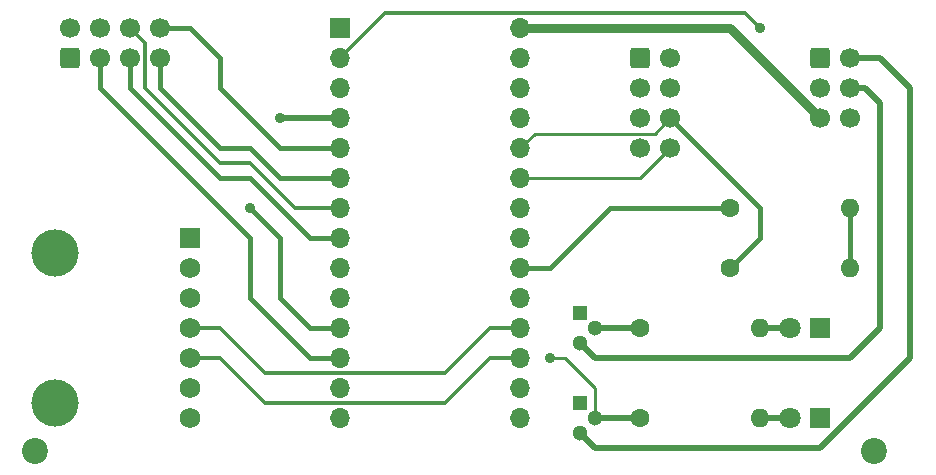
<source format=gbr>
%TF.GenerationSoftware,KiCad,Pcbnew,7.0.3*%
%TF.CreationDate,2023-05-15T17:39:43+02:00*%
%TF.ProjectId,PRO_MCU,50524f5f-4d43-4552-9e6b-696361645f70,rev?*%
%TF.SameCoordinates,Original*%
%TF.FileFunction,Copper,L2,Bot*%
%TF.FilePolarity,Positive*%
%FSLAX45Y45*%
G04 Gerber Fmt 4.5, Leading zero omitted, Abs format (unit mm)*
G04 Created by KiCad (PCBNEW 7.0.3) date 2023-05-15 17:39:43*
%MOMM*%
%LPD*%
G01*
G04 APERTURE LIST*
G04 Aperture macros list*
%AMRoundRect*
0 Rectangle with rounded corners*
0 $1 Rounding radius*
0 $2 $3 $4 $5 $6 $7 $8 $9 X,Y pos of 4 corners*
0 Add a 4 corners polygon primitive as box body*
4,1,4,$2,$3,$4,$5,$6,$7,$8,$9,$2,$3,0*
0 Add four circle primitives for the rounded corners*
1,1,$1+$1,$2,$3*
1,1,$1+$1,$4,$5*
1,1,$1+$1,$6,$7*
1,1,$1+$1,$8,$9*
0 Add four rect primitives between the rounded corners*
20,1,$1+$1,$2,$3,$4,$5,0*
20,1,$1+$1,$4,$5,$6,$7,0*
20,1,$1+$1,$6,$7,$8,$9,0*
20,1,$1+$1,$8,$9,$2,$3,0*%
G04 Aperture macros list end*
%TA.AperFunction,ComponentPad*%
%ADD10C,1.800000*%
%TD*%
%TA.AperFunction,ComponentPad*%
%ADD11R,1.800000X1.800000*%
%TD*%
%TA.AperFunction,ComponentPad*%
%ADD12C,2.200000*%
%TD*%
%TA.AperFunction,ComponentPad*%
%ADD13C,1.300000*%
%TD*%
%TA.AperFunction,ComponentPad*%
%ADD14R,1.300000X1.300000*%
%TD*%
%TA.AperFunction,ComponentPad*%
%ADD15C,1.700000*%
%TD*%
%TA.AperFunction,ComponentPad*%
%ADD16RoundRect,0.250000X-0.600000X-0.600000X0.600000X-0.600000X0.600000X0.600000X-0.600000X0.600000X0*%
%TD*%
%TA.AperFunction,ComponentPad*%
%ADD17RoundRect,0.250000X0.600000X-0.600000X0.600000X0.600000X-0.600000X0.600000X-0.600000X-0.600000X0*%
%TD*%
%TA.AperFunction,ComponentPad*%
%ADD18O,1.600000X1.600000*%
%TD*%
%TA.AperFunction,ComponentPad*%
%ADD19C,1.600000*%
%TD*%
%TA.AperFunction,ComponentPad*%
%ADD20O,1.700000X1.700000*%
%TD*%
%TA.AperFunction,ComponentPad*%
%ADD21R,1.700000X1.700000*%
%TD*%
%TA.AperFunction,ComponentPad*%
%ADD22C,1.750000*%
%TD*%
%TA.AperFunction,ComponentPad*%
%ADD23R,1.750000X1.750000*%
%TD*%
%TA.AperFunction,ComponentPad*%
%ADD24C,4.000000*%
%TD*%
%TA.AperFunction,ViaPad*%
%ADD25C,0.900000*%
%TD*%
%TA.AperFunction,Conductor*%
%ADD26C,0.400000*%
%TD*%
%TA.AperFunction,Conductor*%
%ADD27C,0.250000*%
%TD*%
%TA.AperFunction,Conductor*%
%ADD28C,0.350000*%
%TD*%
%TA.AperFunction,Conductor*%
%ADD29C,0.500000*%
%TD*%
%TA.AperFunction,Conductor*%
%ADD30C,0.800000*%
%TD*%
%TA.AperFunction,Conductor*%
%ADD31C,0.300000*%
%TD*%
G04 APERTURE END LIST*
D10*
%TO.P,D1,2,A*%
%TO.N,Net-(D1-A)*%
X11684000Y-6159500D03*
D11*
%TO.P,D1,1,K*%
%TO.N,GND*%
X11938000Y-6159500D03*
%TD*%
D12*
%TO.P,Logo,*%
%TO.N,*%
X12390000Y-7197500D03*
X5290000Y-7197500D03*
%TD*%
D13*
%TO.P,Q1,3,D*%
%TO.N,PUMP_PWR*%
X9906000Y-7048500D03*
%TO.P,Q1,2,G*%
%TO.N,PUMP_CTL*%
X10033000Y-6921500D03*
D14*
%TO.P,Q1,1,S*%
%TO.N,GND*%
X9906000Y-6794500D03*
%TD*%
D15*
%TO.P,U1,8,A*%
%TO.N,LED2*%
X10668000Y-4635500D03*
%TO.P,U1,7,K*%
%TO.N,GND*%
X10414000Y-4635500D03*
%TO.P,U1,6,2*%
%TO.N,BTN2*%
X10668000Y-4381500D03*
%TO.P,U1,5,1*%
%TO.N,GND*%
X10414000Y-4381500D03*
%TO.P,U1,4,A*%
%TO.N,LED1*%
X10668000Y-4127500D03*
%TO.P,U1,3,K*%
%TO.N,GND*%
X10414000Y-4127500D03*
%TO.P,U1,2,2*%
%TO.N,BTN1*%
X10668000Y-3873500D03*
D16*
%TO.P,U1,1,1*%
%TO.N,GND*%
X10414000Y-3873500D03*
%TD*%
D15*
%TO.P,U5,8,BL*%
%TO.N,BL*%
X6350000Y-3619500D03*
%TO.P,U5,7,RST*%
%TO.N,RST*%
X6350000Y-3873500D03*
%TO.P,U5,6,DC*%
%TO.N,DC*%
X6096000Y-3619500D03*
%TO.P,U5,5,CS*%
%TO.N,CS*%
X6096000Y-3873500D03*
%TO.P,U5,4,CLK*%
%TO.N,SCK*%
X5842000Y-3619500D03*
%TO.P,U5,3,DIN*%
%TO.N,MOSI*%
X5842000Y-3873500D03*
%TO.P,U5,2,GND*%
%TO.N,GND*%
X5588000Y-3619500D03*
D17*
%TO.P,U5,1,VCC*%
%TO.N,+3.3V*%
X5588000Y-3873500D03*
%TD*%
D18*
%TO.P,R2,2*%
%TO.N,Net-(D2-A)*%
X11430000Y-6921500D03*
D19*
%TO.P,R2,1*%
%TO.N,PUMP_CTL*%
X10414000Y-6921500D03*
%TD*%
D10*
%TO.P,D2,2,A*%
%TO.N,Net-(D2-A)*%
X11684000Y-6921500D03*
D11*
%TO.P,D2,1,K*%
%TO.N,GND*%
X11938000Y-6921500D03*
%TD*%
D20*
%TO.P,U3,28,VBAT*%
%TO.N,+BATT*%
X9398000Y-3619500D03*
%TO.P,U3,27,GND*%
%TO.N,GND*%
X9398000Y-3873500D03*
%TO.P,U3,26,VBUS*%
%TO.N,unconnected-(U3-VBUS-Pad26)*%
X9398000Y-4127500D03*
%TO.P,U3,25,D13*%
%TO.N,unconnected-(U3-D13-Pad25)*%
X9398000Y-4381500D03*
%TO.P,U3,24,D12*%
%TO.N,BTN2*%
X9398000Y-4635500D03*
%TO.P,U3,23,D11*%
%TO.N,LED2*%
X9398000Y-4889500D03*
%TO.P,U3,22,D10*%
%TO.N,VALVE_CTL*%
X9398000Y-5143500D03*
%TO.P,U3,21,D9*%
%TO.N,PUMP_CTL*%
X9398000Y-5397500D03*
%TO.P,U3,20,D7*%
%TO.N,BTN1*%
X9398000Y-5651500D03*
%TO.P,U3,19,D5_5V*%
%TO.N,LED1*%
X9398000Y-5905500D03*
%TO.P,U3,18,SCL*%
%TO.N,SCL*%
X9398000Y-6159500D03*
%TO.P,U3,17,SDA*%
%TO.N,SDA*%
X9398000Y-6413500D03*
%TO.P,U3,16,RX_D0*%
%TO.N,unconnected-(U3-RX_D0-Pad16)*%
X9398000Y-6667500D03*
%TO.P,U3,15,TX_D1*%
%TO.N,unconnected-(U3-TX_D1-Pad15)*%
X9398000Y-6921500D03*
%TO.P,U3,14,D2*%
%TO.N,unconnected-(U3-D2-Pad14)*%
X7874000Y-6921500D03*
%TO.P,U3,13,MISO*%
%TO.N,MISO*%
X7874000Y-6667500D03*
%TO.P,U3,12,MOSI*%
%TO.N,MOSI*%
X7874000Y-6413500D03*
%TO.P,U3,11,SCK*%
%TO.N,SCK*%
X7874000Y-6159500D03*
%TO.P,U3,10,A5*%
%TO.N,MPRLS_RST*%
X7874000Y-5905500D03*
%TO.P,U3,9,A4*%
%TO.N,EOC*%
X7874000Y-5651500D03*
%TO.P,U3,8,A3*%
%TO.N,CS*%
X7874000Y-5397500D03*
%TO.P,U3,7,A2*%
%TO.N,DC*%
X7874000Y-5143500D03*
%TO.P,U3,6,A1*%
%TO.N,RST*%
X7874000Y-4889500D03*
%TO.P,U3,5,A0*%
%TO.N,BL*%
X7874000Y-4635500D03*
%TO.P,U3,4,VHI*%
%TO.N,+5V*%
X7874000Y-4381500D03*
%TO.P,U3,3,EN*%
%TO.N,unconnected-(U3-EN-Pad3)*%
X7874000Y-4127500D03*
%TO.P,U3,2,3V3*%
%TO.N,+3.3V*%
X7874000Y-3873500D03*
D21*
%TO.P,U3,1,~{RESET}*%
%TO.N,unconnected-(U3-~{RESET}-Pad1)*%
X7874000Y-3619500D03*
%TD*%
D16*
%TO.P,U2,1,P+*%
%TO.N,+5V*%
X11938000Y-3873500D03*
D15*
%TO.P,U2,2,P-*%
%TO.N,PUMP_PWR*%
X12192000Y-3873500D03*
%TO.P,U2,3,V+*%
%TO.N,+5V*%
X11938000Y-4127500D03*
%TO.P,U2,4,V-*%
%TO.N,VALVE_PWR*%
X12192000Y-4127500D03*
%TO.P,U2,5,BAT+*%
%TO.N,+BATT*%
X11938000Y-4381500D03*
%TO.P,U2,6,BAT-*%
%TO.N,GND*%
X12192000Y-4381500D03*
%TD*%
D18*
%TO.P,10k2,2*%
%TO.N,+3.3V*%
X12192000Y-5143500D03*
D19*
%TO.P,10k2,1*%
%TO.N,BTN1*%
X11176000Y-5143500D03*
%TD*%
D18*
%TO.P,10k1,2*%
%TO.N,+3.3V*%
X12192000Y-5651500D03*
D19*
%TO.P,10k1,1*%
%TO.N,BTN2*%
X11176000Y-5651500D03*
%TD*%
D13*
%TO.P,Q2,3,D*%
%TO.N,VALVE_PWR*%
X9906000Y-6286500D03*
%TO.P,Q2,2,G*%
%TO.N,VALVE_CTL*%
X10033000Y-6159500D03*
D14*
%TO.P,Q2,1,S*%
%TO.N,GND*%
X9906000Y-6032500D03*
%TD*%
D18*
%TO.P,R1,2*%
%TO.N,Net-(D1-A)*%
X11430000Y-6159500D03*
D19*
%TO.P,R1,1*%
%TO.N,VALVE_CTL*%
X10414000Y-6159500D03*
%TD*%
D22*
%TO.P,U4,7,RST*%
%TO.N,MPRLS_RST*%
X6604000Y-6921500D03*
%TO.P,U4,6,EOC*%
%TO.N,EOC*%
X6604000Y-6667500D03*
%TO.P,U4,5,SDA*%
%TO.N,SDA*%
X6604000Y-6413500D03*
%TO.P,U4,4,SCL*%
%TO.N,SCL*%
X6604000Y-6159500D03*
%TO.P,U4,3,GND*%
%TO.N,GND*%
X6604000Y-5905500D03*
%TO.P,U4,2,3Vo*%
%TO.N,+3.3V*%
X6604000Y-5651500D03*
D23*
%TO.P,U4,1,VIN*%
%TO.N,unconnected-(U4-VIN-Pad1)*%
X6604000Y-5397500D03*
D24*
%TO.P,U4,*%
%TO.N,*%
X5461000Y-6794500D03*
X5461000Y-5524500D03*
%TD*%
D25*
%TO.N,+3.3V*%
X11430000Y-3619500D03*
%TO.N,+5V*%
X7366000Y-4381500D03*
%TO.N,PUMP_CTL*%
X9652000Y-6413500D03*
%TO.N,SCK*%
X7112000Y-5143500D03*
%TD*%
D26*
%TO.N,BTN2*%
X11430000Y-5397500D02*
X11176000Y-5651500D01*
D27*
X9517500Y-4516000D02*
X10533500Y-4516000D01*
D26*
X10668000Y-4381500D02*
X11430000Y-5143500D01*
D27*
X10533500Y-4516000D02*
X10668000Y-4381500D01*
D26*
X11430000Y-5143500D02*
X11430000Y-5397500D01*
D27*
X9398000Y-4635500D02*
X9517500Y-4516000D01*
D28*
%TO.N,+3.3V*%
X7874000Y-3873500D02*
X8255000Y-3492500D01*
X11303000Y-3492500D02*
X11430000Y-3619500D01*
D26*
X12192000Y-5651500D02*
X12192000Y-5143500D01*
D28*
X8255000Y-3492500D02*
X11303000Y-3492500D01*
D26*
%TO.N,BTN1*%
X10160000Y-5143500D02*
X11176000Y-5143500D01*
X9652000Y-5651500D02*
X10160000Y-5143500D01*
X9398000Y-5651500D02*
X9652000Y-5651500D01*
D29*
%TO.N,+5V*%
X7874000Y-4381500D02*
X7366000Y-4381500D01*
%TO.N,Net-(D1-A)*%
X11430000Y-6159500D02*
X11684000Y-6159500D01*
%TO.N,Net-(D2-A)*%
X11430000Y-6921500D02*
X11684000Y-6921500D01*
%TO.N,PUMP_PWR*%
X12700000Y-4127500D02*
X12700000Y-6413500D01*
X12192000Y-3873500D02*
X12446000Y-3873500D01*
X11938000Y-7175500D02*
X10033000Y-7175500D01*
X10033000Y-7175500D02*
X9906000Y-7048500D01*
X12446000Y-3873500D02*
X12700000Y-4127500D01*
X12700000Y-6413500D02*
X11938000Y-7175500D01*
D27*
%TO.N,PUMP_CTL*%
X9779000Y-6413500D02*
X9652000Y-6413500D01*
X10033000Y-6921500D02*
X10033000Y-6667500D01*
D29*
X10033000Y-6921500D02*
X10414000Y-6921500D01*
D27*
X10033000Y-6667500D02*
X9779000Y-6413500D01*
D29*
%TO.N,VALVE_PWR*%
X12319000Y-4127500D02*
X12446000Y-4254500D01*
X12192000Y-6413500D02*
X10033000Y-6413500D01*
X12446000Y-4254500D02*
X12446000Y-6159500D01*
X12192000Y-4127500D02*
X12319000Y-4127500D01*
X12446000Y-6159500D02*
X12192000Y-6413500D01*
X10033000Y-6413500D02*
X9906000Y-6286500D01*
%TO.N,VALVE_CTL*%
X10033000Y-6159500D02*
X10414000Y-6159500D01*
D27*
%TO.N,LED2*%
X9398000Y-4889500D02*
X10414000Y-4889500D01*
X10414000Y-4889500D02*
X10668000Y-4635500D01*
D30*
%TO.N,+BATT*%
X11938000Y-4381500D02*
X11176000Y-3619500D01*
X11176000Y-3619500D02*
X9398000Y-3619500D01*
D26*
%TO.N,BL*%
X6350000Y-3619500D02*
X6604000Y-3619500D01*
X6604000Y-3619500D02*
X6858000Y-3873500D01*
X6858000Y-3873500D02*
X6858000Y-4127500D01*
X6858000Y-4127500D02*
X7366000Y-4635500D01*
X7366000Y-4635500D02*
X7874000Y-4635500D01*
%TO.N,RST*%
X7112000Y-4635500D02*
X7366000Y-4889500D01*
X6350000Y-3873500D02*
X6350000Y-4127500D01*
X6858000Y-4635500D02*
X7112000Y-4635500D01*
X7366000Y-4889500D02*
X7874000Y-4889500D01*
X6350000Y-4127500D02*
X6858000Y-4635500D01*
D31*
%TO.N,DC*%
X6096000Y-3619500D02*
X6223000Y-3746500D01*
X6223000Y-3746500D02*
X6223000Y-4127500D01*
X7112000Y-4762500D02*
X7493000Y-5143500D01*
X6223000Y-4127500D02*
X6858000Y-4762500D01*
X6858000Y-4762500D02*
X7112000Y-4762500D01*
X7493000Y-5143500D02*
X7874000Y-5143500D01*
D26*
%TO.N,CS*%
X7874000Y-5397500D02*
X7620000Y-5397500D01*
X6096000Y-4127500D02*
X6858000Y-4889500D01*
X7620000Y-5397500D02*
X7112000Y-4889500D01*
X7112000Y-4889500D02*
X6858000Y-4889500D01*
X6096000Y-3873500D02*
X6096000Y-4127500D01*
%TO.N,SCK*%
X7366000Y-5397500D02*
X7112000Y-5143500D01*
X7874000Y-6159500D02*
X7620000Y-6159500D01*
X7620000Y-6159500D02*
X7366000Y-5905500D01*
X7366000Y-5905500D02*
X7366000Y-5397500D01*
%TO.N,MOSI*%
X7112000Y-5397500D02*
X5842000Y-4127500D01*
X5842000Y-4127500D02*
X5842000Y-3873500D01*
X7874000Y-6413500D02*
X7620000Y-6413500D01*
X7620000Y-6413500D02*
X7112000Y-5905500D01*
X7112000Y-5905500D02*
X7112000Y-5397500D01*
D31*
%TO.N,SDA*%
X6858000Y-6413500D02*
X7239000Y-6794500D01*
X9144000Y-6413500D02*
X9398000Y-6413500D01*
X7239000Y-6794500D02*
X8763000Y-6794500D01*
X6604000Y-6413500D02*
X6858000Y-6413500D01*
X8763000Y-6794500D02*
X9144000Y-6413500D01*
%TO.N,SCL*%
X9144000Y-6159500D02*
X9398000Y-6159500D01*
X7239000Y-6540500D02*
X8763000Y-6540500D01*
X8763000Y-6540500D02*
X9144000Y-6159500D01*
X6858000Y-6159500D02*
X7239000Y-6540500D01*
X6604000Y-6159500D02*
X6858000Y-6159500D01*
%TD*%
M02*

</source>
